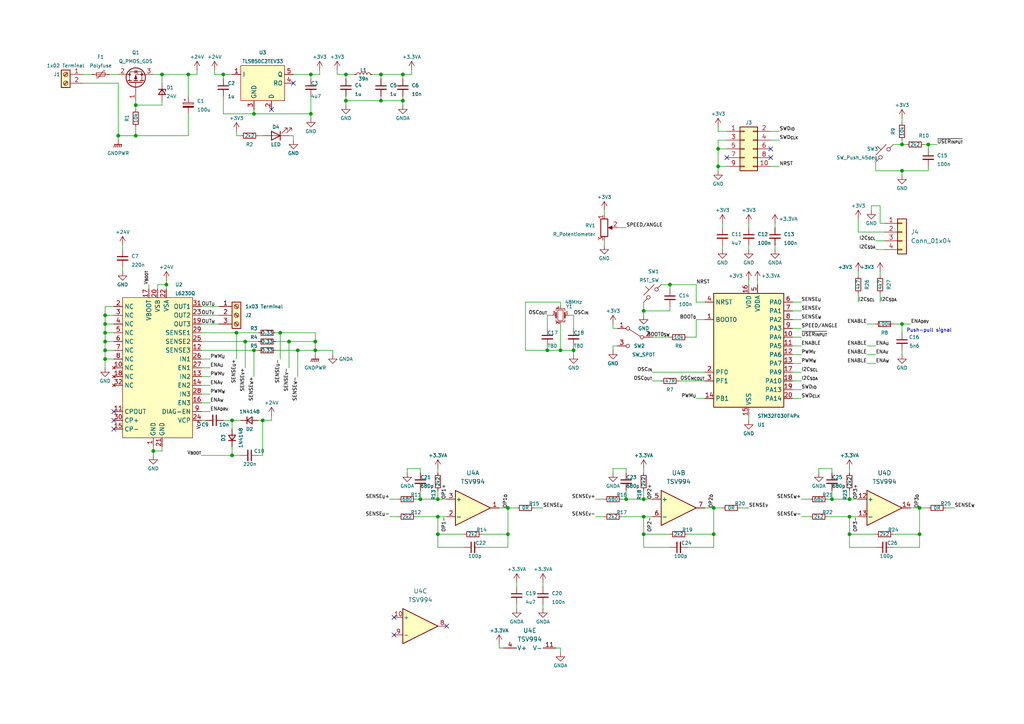
<source format=kicad_sch>
(kicad_sch (version 20211123) (generator eeschema)
  (paper "A4")
  (junction (at 246.38 154.94))
  (junction (at 208.28 48.26))
  (junction (at 207.01 154.94))
  (junction (at 241.3 144.78))
  (junction (at 67.31 132.08))
  (junction (at 261.62 93.98))
  (junction (at 269.24 41.91))
  (junction (at 162.56 101.6))
  (junction (at 127 154.94))
  (junction (at 100.33 29.21))
  (junction (at 68.58 96.52))
  (junction (at 121.92 144.78))
  (junction (at 71.12 99.06))
  (junction (at 147.32 154.94))
  (junction (at 100.33 21.59))
  (junction (at 39.37 39.37))
  (junction (at 30.48 96.52))
  (junction (at 30.48 91.44))
  (junction (at 246.38 149.86))
  (junction (at 67.31 121.92))
  (junction (at 158.75 101.6))
  (junction (at 181.61 144.78))
  (junction (at 186.69 90.17))
  (junction (at 91.44 101.6))
  (junction (at 127 144.78))
  (junction (at 30.48 93.98))
  (junction (at 91.44 99.06))
  (junction (at 44.45 130.81))
  (junction (at 261.62 49.53))
  (junction (at 54.61 21.59))
  (junction (at 266.7 147.32))
  (junction (at 266.7 154.94))
  (junction (at 208.28 43.18))
  (junction (at 90.17 21.59))
  (junction (at 116.84 29.21))
  (junction (at 86.36 101.6))
  (junction (at 186.69 154.94))
  (junction (at 90.17 33.02))
  (junction (at 110.49 29.21))
  (junction (at 246.38 144.78))
  (junction (at 30.48 101.6))
  (junction (at 116.84 21.59))
  (junction (at 194.31 82.55))
  (junction (at 261.62 41.91))
  (junction (at 186.69 144.78))
  (junction (at 48.26 82.55))
  (junction (at 39.37 30.48))
  (junction (at 186.69 149.86))
  (junction (at 166.37 101.6))
  (junction (at 73.66 101.6))
  (junction (at 64.77 21.59))
  (junction (at 127 149.86))
  (junction (at 81.28 96.52))
  (junction (at 30.48 104.14))
  (junction (at 34.29 39.37))
  (junction (at 147.32 147.32))
  (junction (at 110.49 21.59))
  (junction (at 73.66 33.02))
  (junction (at 76.2 121.92))
  (junction (at 46.99 21.59))
  (junction (at 83.82 99.06))
  (junction (at 207.01 147.32))
  (junction (at 30.48 99.06))
  (no_connect (at 85.09 24.13))
  (no_connect (at 78.74 31.75))
  (no_connect (at 33.02 124.46))
  (no_connect (at 223.52 45.72))
  (no_connect (at 223.52 43.18))
  (no_connect (at 114.3 184.15))
  (no_connect (at 114.3 179.07))
  (no_connect (at 129.54 181.61))
  (no_connect (at 33.02 121.92))
  (no_connect (at 210.82 45.72))
  (no_connect (at 33.02 119.38))
  (wire (pts (xy 73.66 101.6) (xy 74.93 101.6)))
  (wire (pts (xy 30.48 99.06) (xy 30.48 96.52)))
  (wire (pts (xy 229.87 102.87) (xy 232.41 102.87)))
  (wire (pts (xy 229.87 97.79) (xy 232.41 97.79)))
  (wire (pts (xy 81.28 96.52) (xy 91.44 96.52)))
  (wire (pts (xy 186.69 135.89) (xy 186.69 137.16)))
  (wire (pts (xy 269.24 48.26) (xy 269.24 49.53)))
  (wire (pts (xy 181.61 144.78) (xy 186.69 144.78)))
  (wire (pts (xy 266.7 147.32) (xy 264.16 147.32)))
  (wire (pts (xy 127 149.86) (xy 129.54 149.86)))
  (wire (pts (xy 67.31 132.08) (xy 58.42 132.08)))
  (wire (pts (xy 96.52 102.87) (xy 96.52 101.6)))
  (wire (pts (xy 54.61 33.02) (xy 54.61 39.37)))
  (wire (pts (xy 147.32 158.75) (xy 147.32 154.94)))
  (wire (pts (xy 186.69 142.24) (xy 186.69 144.78)))
  (wire (pts (xy 39.37 39.37) (xy 54.61 39.37)))
  (wire (pts (xy 92.71 20.32) (xy 92.71 21.59)))
  (wire (pts (xy 85.09 39.37) (xy 83.82 39.37)))
  (wire (pts (xy 31.75 21.59) (xy 34.29 21.59)))
  (wire (pts (xy 199.39 154.94) (xy 207.01 154.94)))
  (wire (pts (xy 217.17 71.12) (xy 217.17 72.39)))
  (wire (pts (xy 58.42 104.14) (xy 60.96 104.14)))
  (wire (pts (xy 229.87 100.33) (xy 232.41 100.33)))
  (wire (pts (xy 241.3 142.24) (xy 241.3 144.78)))
  (wire (pts (xy 252.73 59.69) (xy 252.73 60.96)))
  (wire (pts (xy 73.66 101.6) (xy 73.66 109.22)))
  (wire (pts (xy 24.13 24.13) (xy 34.29 24.13)))
  (wire (pts (xy 248.92 67.31) (xy 248.92 63.5)))
  (wire (pts (xy 261.62 101.6) (xy 261.62 102.87)))
  (wire (pts (xy 162.56 101.6) (xy 158.75 101.6)))
  (wire (pts (xy 201.93 97.79) (xy 201.93 92.71)))
  (wire (pts (xy 232.41 107.95) (xy 229.87 107.95)))
  (wire (pts (xy 175.26 69.85) (xy 175.26 71.12)))
  (wire (pts (xy 149.86 168.91) (xy 149.86 170.18)))
  (wire (pts (xy 69.85 132.08) (xy 67.31 132.08)))
  (wire (pts (xy 116.84 29.21) (xy 116.84 30.48)))
  (wire (pts (xy 246.38 158.75) (xy 246.38 154.94)))
  (wire (pts (xy 58.42 109.22) (xy 60.96 109.22)))
  (wire (pts (xy 83.82 99.06) (xy 83.82 106.68)))
  (wire (pts (xy 44.45 130.81) (xy 44.45 132.08)))
  (wire (pts (xy 30.48 91.44) (xy 33.02 91.44)))
  (wire (pts (xy 229.87 115.57) (xy 232.41 115.57)))
  (wire (pts (xy 232.41 110.49) (xy 229.87 110.49)))
  (wire (pts (xy 96.52 101.6) (xy 91.44 101.6)))
  (wire (pts (xy 229.87 87.63) (xy 232.41 87.63)))
  (wire (pts (xy 261.62 49.53) (xy 261.62 50.8)))
  (wire (pts (xy 85.09 40.64) (xy 85.09 39.37)))
  (wire (pts (xy 80.01 99.06) (xy 83.82 99.06)))
  (wire (pts (xy 71.12 99.06) (xy 74.93 99.06)))
  (wire (pts (xy 86.36 101.6) (xy 91.44 101.6)))
  (wire (pts (xy 90.17 33.02) (xy 90.17 34.29)))
  (wire (pts (xy 147.32 147.32) (xy 149.86 147.32)))
  (wire (pts (xy 157.48 175.26) (xy 157.48 176.53)))
  (wire (pts (xy 264.16 93.98) (xy 261.62 93.98)))
  (wire (pts (xy 194.31 154.94) (xy 186.69 154.94)))
  (wire (pts (xy 113.03 149.86) (xy 115.57 149.86)))
  (wire (pts (xy 68.58 96.52) (xy 68.58 104.14)))
  (wire (pts (xy 229.87 113.03) (xy 232.41 113.03)))
  (wire (pts (xy 120.65 149.86) (xy 127 149.86)))
  (wire (pts (xy 256.54 67.31) (xy 248.92 67.31)))
  (wire (pts (xy 267.97 41.91) (xy 269.24 41.91)))
  (wire (pts (xy 64.77 22.86) (xy 64.77 21.59)))
  (wire (pts (xy 59.69 121.92) (xy 58.42 121.92)))
  (wire (pts (xy 186.69 87.63) (xy 186.69 90.17)))
  (wire (pts (xy 58.42 111.76) (xy 60.96 111.76)))
  (wire (pts (xy 58.42 114.3) (xy 60.96 114.3)))
  (wire (pts (xy 255.27 78.74) (xy 255.27 80.01)))
  (wire (pts (xy 127 158.75) (xy 127 154.94)))
  (wire (pts (xy 73.66 33.02) (xy 90.17 33.02)))
  (wire (pts (xy 217.17 81.28) (xy 217.17 82.55)))
  (wire (pts (xy 241.3 144.78) (xy 246.38 144.78)))
  (wire (pts (xy 46.99 21.59) (xy 54.61 21.59)))
  (wire (pts (xy 166.37 101.6) (xy 162.56 101.6)))
  (wire (pts (xy 73.66 31.75) (xy 73.66 33.02)))
  (wire (pts (xy 181.61 135.89) (xy 181.61 137.16)))
  (wire (pts (xy 186.69 144.78) (xy 189.23 144.78)))
  (wire (pts (xy 39.37 36.83) (xy 39.37 39.37)))
  (wire (pts (xy 80.01 96.52) (xy 81.28 96.52)))
  (wire (pts (xy 186.69 90.17) (xy 186.69 91.44)))
  (wire (pts (xy 121.92 144.78) (xy 127 144.78)))
  (wire (pts (xy 30.48 93.98) (xy 33.02 93.98)))
  (wire (pts (xy 81.28 96.52) (xy 81.28 104.14)))
  (wire (pts (xy 259.08 41.91) (xy 261.62 41.91)))
  (wire (pts (xy 110.49 21.59) (xy 116.84 21.59)))
  (wire (pts (xy 64.77 21.59) (xy 62.23 21.59)))
  (wire (pts (xy 269.24 41.91) (xy 271.78 41.91)))
  (wire (pts (xy 261.62 93.98) (xy 259.08 93.98)))
  (wire (pts (xy 251.46 100.33) (xy 254 100.33)))
  (wire (pts (xy 116.84 21.59) (xy 116.84 22.86)))
  (wire (pts (xy 201.93 87.63) (xy 204.47 87.63)))
  (wire (pts (xy 121.92 135.89) (xy 121.92 137.16)))
  (wire (pts (xy 223.52 48.26) (xy 226.06 48.26)))
  (wire (pts (xy 208.28 43.18) (xy 208.28 40.64)))
  (wire (pts (xy 91.44 96.52) (xy 91.44 99.06)))
  (wire (pts (xy 67.31 121.92) (xy 64.77 121.92)))
  (wire (pts (xy 34.29 39.37) (xy 39.37 39.37)))
  (wire (pts (xy 254 72.39) (xy 256.54 72.39)))
  (wire (pts (xy 58.42 116.84) (xy 60.96 116.84)))
  (wire (pts (xy 269.24 41.91) (xy 269.24 43.18)))
  (wire (pts (xy 207.01 154.94) (xy 207.01 147.32)))
  (wire (pts (xy 194.31 82.55) (xy 194.31 83.82)))
  (wire (pts (xy 223.52 40.64) (xy 226.06 40.64)))
  (wire (pts (xy 146.05 187.96) (xy 144.78 187.96)))
  (wire (pts (xy 209.55 64.77) (xy 209.55 66.04)))
  (wire (pts (xy 139.7 158.75) (xy 147.32 158.75)))
  (wire (pts (xy 147.32 147.32) (xy 144.78 147.32)))
  (wire (pts (xy 54.61 21.59) (xy 57.15 21.59)))
  (wire (pts (xy 175.26 60.96) (xy 175.26 62.23)))
  (wire (pts (xy 67.31 132.08) (xy 67.31 129.54)))
  (wire (pts (xy 80.01 101.6) (xy 86.36 101.6)))
  (wire (pts (xy 194.31 158.75) (xy 186.69 158.75)))
  (wire (pts (xy 76.2 132.08) (xy 74.93 132.08)))
  (wire (pts (xy 102.87 21.59) (xy 100.33 21.59)))
  (wire (pts (xy 39.37 30.48) (xy 39.37 31.75)))
  (wire (pts (xy 180.34 144.78) (xy 181.61 144.78)))
  (wire (pts (xy 186.69 90.17) (xy 194.31 90.17)))
  (wire (pts (xy 232.41 149.86) (xy 234.95 149.86)))
  (wire (pts (xy 189.23 110.49) (xy 191.77 110.49)))
  (wire (pts (xy 259.08 154.94) (xy 266.7 154.94)))
  (wire (pts (xy 217.17 120.65) (xy 217.17 121.92)))
  (wire (pts (xy 91.44 101.6) (xy 91.44 102.87)))
  (wire (pts (xy 58.42 106.68) (xy 60.96 106.68)))
  (wire (pts (xy 71.12 99.06) (xy 71.12 106.68)))
  (wire (pts (xy 223.52 38.1) (xy 226.06 38.1)))
  (wire (pts (xy 35.56 77.47) (xy 35.56 78.74)))
  (wire (pts (xy 214.63 147.32) (xy 217.17 147.32)))
  (wire (pts (xy 158.75 101.6) (xy 158.75 100.33)))
  (wire (pts (xy 127 144.78) (xy 129.54 144.78)))
  (wire (pts (xy 154.94 147.32) (xy 157.48 147.32)))
  (wire (pts (xy 58.42 96.52) (xy 68.58 96.52)))
  (wire (pts (xy 63.5 88.9) (xy 58.42 88.9)))
  (wire (pts (xy 266.7 147.32) (xy 269.24 147.32)))
  (wire (pts (xy 186.69 154.94) (xy 186.69 149.86)))
  (wire (pts (xy 191.77 82.55) (xy 194.31 82.55)))
  (wire (pts (xy 274.32 147.32) (xy 276.86 147.32)))
  (wire (pts (xy 39.37 30.48) (xy 46.99 30.48)))
  (wire (pts (xy 166.37 100.33) (xy 166.37 101.6)))
  (wire (pts (xy 68.58 96.52) (xy 74.93 96.52)))
  (wire (pts (xy 90.17 33.02) (xy 90.17 27.94)))
  (wire (pts (xy 46.99 21.59) (xy 44.45 21.59)))
  (wire (pts (xy 189.23 97.79) (xy 194.31 97.79)))
  (wire (pts (xy 127 135.89) (xy 127 137.16)))
  (wire (pts (xy 45.72 82.55) (xy 45.72 83.82)))
  (wire (pts (xy 254 69.85) (xy 256.54 69.85)))
  (wire (pts (xy 127 142.24) (xy 127 144.78)))
  (wire (pts (xy 208.28 40.64) (xy 210.82 40.64)))
  (wire (pts (xy 246.38 135.89) (xy 246.38 137.16)))
  (wire (pts (xy 166.37 91.44) (xy 165.1 91.44)))
  (wire (pts (xy 224.79 64.77) (xy 224.79 66.04)))
  (wire (pts (xy 177.8 101.6) (xy 177.8 100.33)))
  (wire (pts (xy 199.39 158.75) (xy 207.01 158.75)))
  (wire (pts (xy 229.87 95.25) (xy 232.41 95.25)))
  (wire (pts (xy 127 154.94) (xy 127 149.86)))
  (wire (pts (xy 76.2 121.92) (xy 78.74 121.92)))
  (wire (pts (xy 248.92 85.09) (xy 248.92 87.63)))
  (wire (pts (xy 91.44 99.06) (xy 91.44 101.6)))
  (wire (pts (xy 134.62 158.75) (xy 127 158.75)))
  (wire (pts (xy 35.56 71.12) (xy 35.56 72.39)))
  (wire (pts (xy 166.37 95.25) (xy 166.37 91.44)))
  (wire (pts (xy 100.33 29.21) (xy 110.49 29.21)))
  (wire (pts (xy 177.8 100.33) (xy 179.07 100.33)))
  (wire (pts (xy 201.93 115.57) (xy 204.47 115.57)))
  (wire (pts (xy 229.87 92.71) (xy 232.41 92.71)))
  (wire (pts (xy 139.7 154.94) (xy 147.32 154.94)))
  (wire (pts (xy 208.28 49.53) (xy 208.28 48.26)))
  (wire (pts (xy 186.69 158.75) (xy 186.69 154.94)))
  (wire (pts (xy 208.28 43.18) (xy 210.82 43.18)))
  (wire (pts (xy 237.49 135.89) (xy 241.3 135.89)))
  (wire (pts (xy 194.31 82.55) (xy 201.93 82.55)))
  (wire (pts (xy 30.48 96.52) (xy 30.48 93.98)))
  (wire (pts (xy 76.2 121.92) (xy 76.2 132.08)))
  (wire (pts (xy 207.01 158.75) (xy 207.01 154.94)))
  (wire (pts (xy 30.48 99.06) (xy 33.02 99.06)))
  (wire (pts (xy 251.46 102.87) (xy 254 102.87)))
  (wire (pts (xy 46.99 24.13) (xy 46.99 21.59)))
  (wire (pts (xy 78.74 121.92) (xy 78.74 120.65)))
  (wire (pts (xy 229.87 90.17) (xy 232.41 90.17)))
  (wire (pts (xy 248.92 78.74) (xy 248.92 80.01)))
  (wire (pts (xy 69.85 39.37) (xy 68.58 39.37)))
  (wire (pts (xy 107.95 21.59) (xy 110.49 21.59)))
  (wire (pts (xy 232.41 144.78) (xy 234.95 144.78)))
  (wire (pts (xy 64.77 27.94) (xy 64.77 33.02)))
  (wire (pts (xy 207.01 147.32) (xy 209.55 147.32)))
  (wire (pts (xy 30.48 93.98) (xy 30.48 91.44)))
  (wire (pts (xy 121.92 142.24) (xy 121.92 144.78)))
  (wire (pts (xy 162.56 187.96) (xy 162.56 189.23)))
  (wire (pts (xy 116.84 21.59) (xy 119.38 21.59)))
  (wire (pts (xy 208.28 38.1) (xy 210.82 38.1)))
  (wire (pts (xy 30.48 91.44) (xy 30.48 88.9)))
  (wire (pts (xy 208.28 48.26) (xy 208.28 43.18)))
  (wire (pts (xy 39.37 29.21) (xy 39.37 30.48)))
  (wire (pts (xy 179.07 66.04) (xy 181.61 66.04)))
  (wire (pts (xy 100.33 29.21) (xy 100.33 30.48)))
  (wire (pts (xy 58.42 119.38) (xy 60.96 119.38)))
  (wire (pts (xy 30.48 96.52) (xy 33.02 96.52)))
  (wire (pts (xy 199.39 97.79) (xy 201.93 97.79)))
  (wire (pts (xy 256.54 64.77) (xy 255.27 64.77)))
  (wire (pts (xy 110.49 29.21) (xy 116.84 29.21)))
  (wire (pts (xy 46.99 129.54) (xy 46.99 130.81)))
  (wire (pts (xy 229.87 105.41) (xy 232.41 105.41)))
  (wire (pts (xy 134.62 154.94) (xy 127 154.94)))
  (wire (pts (xy 194.31 90.17) (xy 194.31 88.9)))
  (wire (pts (xy 30.48 101.6) (xy 30.48 99.06)))
  (wire (pts (xy 74.93 121.92) (xy 76.2 121.92)))
  (wire (pts (xy 162.56 87.63) (xy 152.4 87.63)))
  (wire (pts (xy 255.27 85.09) (xy 255.27 87.63)))
  (wire (pts (xy 254 49.53) (xy 261.62 49.53)))
  (wire (pts (xy 180.34 149.86) (xy 186.69 149.86)))
  (wire (pts (xy 196.85 110.49) (xy 204.47 110.49)))
  (wire (pts (xy 177.8 95.25) (xy 179.07 95.25)))
  (wire (pts (xy 189.23 107.95) (xy 204.47 107.95)))
  (wire (pts (xy 261.62 41.91) (xy 262.89 41.91)))
  (wire (pts (xy 44.45 130.81) (xy 46.99 130.81)))
  (wire (pts (xy 63.5 91.44) (xy 58.42 91.44)))
  (wire (pts (xy 69.85 121.92) (xy 67.31 121.92)))
  (wire (pts (xy 246.38 154.94) (xy 246.38 149.86)))
  (wire (pts (xy 58.42 99.06) (xy 71.12 99.06)))
  (wire (pts (xy 63.5 93.98) (xy 58.42 93.98)))
  (wire (pts (xy 240.03 149.86) (xy 246.38 149.86)))
  (wire (pts (xy 120.65 144.78) (xy 121.92 144.78)))
  (wire (pts (xy 24.13 21.59) (xy 26.67 21.59)))
  (wire (pts (xy 177.8 135.89) (xy 181.61 135.89)))
  (wire (pts (xy 119.38 21.59) (xy 119.38 20.32)))
  (wire (pts (xy 74.93 39.37) (xy 76.2 39.37)))
  (wire (pts (xy 58.42 101.6) (xy 73.66 101.6)))
  (wire (pts (xy 254 154.94) (xy 246.38 154.94)))
  (wire (pts (xy 30.48 88.9) (xy 33.02 88.9)))
  (wire (pts (xy 261.62 34.29) (xy 261.62 35.56)))
  (wire (pts (xy 158.75 95.25) (xy 158.75 91.44)))
  (wire (pts (xy 48.26 81.28) (xy 48.26 82.55)))
  (wire (pts (xy 30.48 104.14) (xy 33.02 104.14)))
  (wire (pts (xy 64.77 21.59) (xy 67.31 21.59)))
  (wire (pts (xy 97.79 21.59) (xy 97.79 20.32)))
  (wire (pts (xy 152.4 87.63) (xy 152.4 101.6)))
  (wire (pts (xy 177.8 137.16) (xy 177.8 135.89)))
  (wire (pts (xy 144.78 186.69) (xy 144.78 187.96)))
  (wire (pts (xy 246.38 142.24) (xy 246.38 144.78)))
  (wire (pts (xy 158.75 91.44) (xy 160.02 91.44)))
  (wire (pts (xy 181.61 142.24) (xy 181.61 144.78)))
  (wire (pts (xy 255.27 59.69) (xy 252.73 59.69)))
  (wire (pts (xy 172.72 149.86) (xy 175.26 149.86)))
  (wire (pts (xy 177.8 93.98) (xy 177.8 95.25)))
  (wire (pts (xy 90.17 22.86) (xy 90.17 21.59)))
  (wire (pts (xy 251.46 105.41) (xy 254 105.41)))
  (wire (pts (xy 208.28 48.26) (xy 210.82 48.26)))
  (wire (pts (xy 43.18 82.55) (xy 43.18 83.82)))
  (wire (pts (xy 251.46 93.98) (xy 254 93.98)))
  (wire (pts (xy 166.37 101.6) (xy 166.37 102.87)))
  (wire (pts (xy 201.93 82.55) (xy 201.93 87.63)))
  (wire (pts (xy 261.62 40.64) (xy 261.62 41.91)))
  (wire (pts (xy 100.33 21.59) (xy 97.79 21.59)))
  (wire (pts (xy 186.69 149.86) (xy 189.23 149.86)))
  (wire (pts (xy 254 46.99) (xy 254 49.53)))
  (wire (pts (xy 48.26 82.55) (xy 45.72 82.55)))
  (wire (pts (xy 57.15 21.59) (xy 57.15 20.32)))
  (wire (pts (xy 241.3 135.89) (xy 241.3 137.16)))
  (wire (pts (xy 100.33 21.59) (xy 100.33 22.86)))
  (wire (pts (xy 110.49 27.94) (xy 110.49 29.21)))
  (wire (pts (xy 64.77 33.02) (xy 73.66 33.02)))
  (wire (pts (xy 118.11 137.16) (xy 118.11 135.89)))
  (wire (pts (xy 261.62 96.52) (xy 261.62 93.98)))
  (wire (pts (xy 68.58 39.37) (xy 68.58 38.1)))
  (wire (pts (xy 209.55 71.12) (xy 209.55 72.39)))
  (wire (pts (xy 266.7 158.75) (xy 266.7 154.94)))
  (wire (pts (xy 44.45 129.54) (xy 44.45 130.81)))
  (wire (pts (xy 266.7 154.94) (xy 266.7 147.32)))
  (wire (pts (xy 118.11 135.89) (xy 121.92 135.89)))
  (wire (pts (xy 224.79 71.12) (xy 224.79 72.39)))
  (wire (pts (xy 162.56 88.9) (xy 162.56 87.63)))
  (wire (pts (xy 54.61 27.94) (xy 54.61 21.59)))
  (wire (pts (xy 162.56 93.98) (xy 162.56 101.6)))
  (wire (pts (xy 34.29 39.37) (xy 34.29 40.64)))
  (wire (pts (xy 48.26 82.55) (xy 48.26 83.82)))
  (wire (pts (xy 208.28 36.83) (xy 208.28 38.1)))
  (wire (pts (xy 90.17 21.59) (xy 85.09 21.59)))
  (wire (pts (xy 237.49 137.16) (xy 237.49 135.89)))
  (wire (pts (xy 67.31 121.92) (xy 67.31 124.46)))
  (wire (pts (xy 90.17 21.59) (xy 92.71 21.59)))
  (wire (pts (xy 240.03 144.78) (xy 241.3 144.78)))
  (wire (pts (xy 30.48 104.14) (xy 30.48 101.6)))
  (wire (pts (xy 201.93 92.71) (xy 204.47 92.71)))
  (wire (pts (xy 149.86 175.26) (xy 149.86 176.53)))
  (wire (pts (xy 34.29 24.13) (xy 34.29 39.37)))
  (wire (pts (xy 259.08 158.75) (xy 266.7 158.75)))
  (wire (pts (xy 83.82 99.06) (xy 91.44 99.06)))
  (wire (pts (xy 219.71 81.28) (xy 219.71 82.55)))
  (wire (pts (xy 113.03 144.78) (xy 115.57 144.78)))
  (wire (pts (xy 172.72 144.78) (xy 175.26 144.78)))
  (wire (pts (xy 269.24 49.53) (xy 261.62 49.53)))
  (wire (pts (xy 116.84 29.21) (xy 116.84 27.94)))
  (wire (pts (xy 246.38 149.86) (xy 248.92 149.86)))
  (wire (pts (xy 217.17 64.77) (xy 217.17 66.04)))
  (wire (pts (xy 246.38 144.78) (xy 248.92 144.78)))
  (wire (pts (xy 86.36 101.6) (xy 86.36 109.22)))
  (wire (pts (xy 152.4 101.6) (xy 158.75 101.6)))
  (wire (pts (xy 157.48 168.91) (xy 157.48 170.18)))
  (wire (pts (xy 30.48 101.6) (xy 33.02 101.6)))
  (wire (pts (xy 207.01 147.32) (xy 204.47 147.32)))
  (wire (pts (xy 46.99 29.21) (xy 46.99 30.48)))
  (wire (pts (xy 62.23 21.59) (xy 62.23 20.32)))
  (wire (pts (xy 30.48 106.68) (xy 30.48 104.14)))
  (wire (pts (xy 100.33 27.94) (xy 100.33 29.21)))
  (wire (pts (xy 254 158.75) (xy 246.38 158.75)))
  (wire (pts (xy 161.29 187.96) (xy 162.56 187.96)))
  (wire (pts (xy 110.49 22.86) (xy 110.49 21.59)))
  (wire (pts (xy 255.27 64.77) (xy 255.27 59.69)))
  (wire (pts (xy 147.32 154.94) (xy 147.32 147.32)))
  (text "Push-pull signal" (at 262.89 96.52 0) (effects (font (size 1 1)) (justify left bottom)))
  (label "SENSE_{W}+" (at 232.41 144.78 180) (effects (font (size 1 1))))
  (label "ENABLE" (at 251.46 93.98 180) (effects (font (size 1 1))))
  (label "OP1+" (at 129.54 144.78 90) (effects (font (size 1 1))))
  (label "OUT_{W}" (at 58.42 93.98 0) (effects (font (size 1 1))))
  (label "SWD_{IO}" (at 226.06 38.1 0) (effects (font (size 1 1))))
  (label "PWM_{V}" (at 232.41 102.87 0) (effects (font (size 1 1))))
  (label "ENABLE" (at 251.46 100.33 180) (effects (font (size 1 1))))
  (label "OP2_{O}" (at 207.01 147.32 90) (effects (font (size 1 1))))
  (label "I2C_{SCL}" (at 254 69.85 180) (effects (font (size 1 1))))
  (label "PWM_{U}" (at 201.93 115.57 180) (effects (font (size 1 1))))
  (label "BOOT0_{SW}" (at 194.31 97.79 180) (effects (font (size 1 1))))
  (label "I2C_{SDA}" (at 255.27 87.63 0) (effects (font (size 1 1))))
  (label "BOOT_{0}" (at 201.93 92.71 180) (effects (font (size 1 1))))
  (label "~{USER_{INPUT}}" (at 232.41 97.79 0) (effects (font (size 1 1))))
  (label "OP1_{O}" (at 147.32 147.32 90) (effects (font (size 1 1))))
  (label "PWM_{U}" (at 60.96 104.14 0) (effects (font (size 1 1))))
  (label "PWM_{V}" (at 60.96 109.22 0) (effects (font (size 1 1))))
  (label "ENABLE" (at 232.41 100.33 0) (effects (font (size 1 1))))
  (label "SENSE_{V}+" (at 172.72 144.78 180) (effects (font (size 1 1))))
  (label "OSC_{OUT}" (at 189.23 110.49 180) (effects (font (size 1 1))))
  (label "SENSE_{V}" (at 217.17 147.32 0) (effects (font (size 1 1))))
  (label "SENSE_{U}-" (at 81.28 104.14 270) (effects (font (size 1 1))))
  (label "SWD_{IO}" (at 232.41 113.03 0) (effects (font (size 1 1))))
  (label "SENSE_{U}" (at 157.48 147.32 0) (effects (font (size 1 1))))
  (label "OSC_{IN}" (at 189.23 107.95 180) (effects (font (size 1 1))))
  (label "ENA_{U}" (at 254 100.33 0) (effects (font (size 1 1))))
  (label "SPEED{slash}ANGLE" (at 181.61 66.04 0) (effects (font (size 1 1))))
  (label "I2C_{SDA}" (at 232.41 110.49 0) (effects (font (size 1 1))))
  (label "SENSE_{U}+" (at 68.58 104.14 270) (effects (font (size 1 1))))
  (label "OP3-" (at 248.92 149.86 270) (effects (font (size 1 1))))
  (label "SENSE_{V}-" (at 172.72 149.86 180) (effects (font (size 1 1))))
  (label "SENSE_{U}+" (at 113.03 144.78 180) (effects (font (size 1 1))))
  (label "SENSE_{W}+" (at 73.66 109.22 270) (effects (font (size 1 1))))
  (label "OP2+" (at 189.23 144.78 90) (effects (font (size 1 1))))
  (label "SENSE_{W}-" (at 232.41 149.86 180) (effects (font (size 1 1))))
  (label "NRST" (at 226.06 48.26 0) (effects (font (size 1 1))))
  (label "ENA_{V}" (at 254 102.87 0) (effects (font (size 1 1))))
  (label "ENA_{U}" (at 60.96 106.68 0) (effects (font (size 1 1))))
  (label "ENA_{DRV}" (at 60.96 119.38 0) (effects (font (size 1 1))))
  (label "ENA_{DRV}" (at 264.16 93.98 0) (effects (font (size 1 1))))
  (label "OSC_{IN}" (at 166.37 91.44 0) (effects (font (size 1 1))))
  (label "PWM_{W}" (at 232.41 105.41 0) (effects (font (size 1 1))))
  (label "V_{BOOT}" (at 43.18 82.55 90) (effects (font (size 1 1))))
  (label "OP2-" (at 189.23 149.86 270) (effects (font (size 1 1))))
  (label "OP3_{O}" (at 266.7 147.32 90) (effects (font (size 1 1))))
  (label "I2C_{SDA}" (at 254 72.39 180) (effects (font (size 1 1))))
  (label "SENSE_{U}" (at 232.41 87.63 0) (effects (font (size 1 1))))
  (label "SWD_{CLK}" (at 232.41 115.57 0) (effects (font (size 1 1))))
  (label "SENSE_{W}" (at 232.41 92.71 0) (effects (font (size 1 1))))
  (label "OSC_{OUT}" (at 158.75 91.44 180) (effects (font (size 1 1))))
  (label "ENABLE" (at 251.46 105.41 180) (effects (font (size 1 1))))
  (label "SPEED{slash}ANGLE" (at 232.41 95.25 0) (effects (font (size 1 1))))
  (label "OSC_{MCOUT}" (at 204.47 110.49 180) (effects (font (size 1 1))))
  (label "V_{CP}" (at 58.42 121.92 270) (effects (font (size 1 1))))
  (label "PWM_{W}" (at 60.96 114.3 0) (effects (font (size 1 1))))
  (label "SENSE_{U}-" (at 113.03 149.86 180) (effects (font (size 1 1))))
  (label "OP1-" (at 129.54 149.86 270) (effects (font (size 1 1))))
  (label "SWD_{CLK}" (at 226.06 40.64 0) (effects (font (size 1 1))))
  (label "ENA_{W}" (at 254 105.41 0) (effects (font (size 1 1))))
  (label "ENA_{W}" (at 60.96 116.84 0) (effects (font (size 1 1))))
  (label "OUT_{V}" (at 58.42 91.44 0) (effects (font (size 1 1))))
  (label "OUT_{U}" (at 58.42 88.9 0) (effects (font (size 1 1))))
  (label "ENA_{V}" (at 60.96 111.76 0) (effects (font (size 1 1))))
  (label "I2C_{SCL}" (at 248.92 87.63 0) (effects (font (size 1 1))))
  (label "SENSE_{V}-" (at 83.82 106.68 270) (effects (font (size 1 1))))
  (label "V_{BOOT}" (at 58.42 132.08 180) (effects (font (size 1 1))))
  (label "SENSE_{W}" (at 276.86 147.32 0) (effects (font (size 1 1))))
  (label "SENSE_{W}-" (at 86.36 109.22 270) (effects (font (size 1 1))))
  (label "~{USER_{INPUT}}" (at 271.78 41.91 0) (effects (font (size 1 1))))
  (label "OP3+" (at 248.92 144.78 90) (effects (font (size 1 1))))
  (label "I2C_{SCL}" (at 232.41 107.95 0) (effects (font (size 1 1))))
  (label "ENABLE" (at 251.46 102.87 180) (effects (font (size 1 1))))
  (label "NRST" (at 201.93 82.55 0) (effects (font (size 1 1))))
  (label "SENSE_{V}+" (at 71.12 106.68 270) (effects (font (size 1 1))))
  (label "SENSE_{V}" (at 232.41 90.17 0) (effects (font (size 1 1))))
  (symbol (lib_id "power:+3V3") (at 248.92 78.74 0) (unit 1)
    (property "Reference" "#PWR014" (effects hide))
    (property "Value" "+3V3" (at 245.11 77.47 0) (effects (font (size 1 1))))
  )
  (symbol (lib_id "power:+3.3VA") (at 219.71 81.28 0) (unit 1)
    (property "Reference" "#PWR032" (effects hide))
    (property "Value" "+3.3VA" (at 223.52 80.01 0) (effects (font (size 1 1))))
  )
  (symbol (lib_id "power:+3.3VA") (at 119.38 20.32 0) (unit 1)
    (property "Reference" "#PWR04" (effects hide))
    (property "Value" "+3.3VA" (at 119.38 16.51 0) (effects (font (size 1 1))))
  )
  (symbol (lib_id "power:GND") (at 177.8 101.6 0) (unit 1)
    (property "Reference" "#PWR038" (effects hide))
    (property "Value" "GND" (at 177.8 105.41 0) (effects (font (size 1 1))))
  )
  (symbol (lib_id "power:+24V") (at 62.23 20.32 0) (unit 1)
    (property "Reference" "#PWR02" (effects hide))
    (property "Value" "+24V" (at 62.23 16.51 0) (effects (font (size 1 1))))
  )
  (symbol (lib_id "power:GNDPWR") (at 34.29 40.64 0) (unit 1)
    (property "Reference" "#PWR07" (effects hide))
    (property "Value" "GNDPWR" (at 34.29 44.45 0) (effects (font (size 1 1))))
  )
  (symbol (lib_id "Device:R_Small") (at 196.85 154.94 270) (unit 1)
    (property "Reference" "R19" (at 199.39 153.67 90) (effects (font (size 1 1))))
    (property "Value" "2k2" (at 196.85 154.94 90) (effects (font (size 1 1))))
    (property "Footprint" "Resistor_SMD:R_0402_1005Metric" (effects hide))
  )
  (symbol (lib_id "Device:R_Small") (at 118.11 144.78 270) (unit 1)
    (property "Reference" "R11" (at 120.65 143.51 90) (effects (font (size 1 1))))
    (property "Value" "680" (at 118.11 144.78 90) (effects (font (size 1 1))))
    (property "Footprint" "Resistor_SMD:R_0402_1005Metric" (effects hide))
  )
  (symbol (lib_id "power:+3V3") (at 217.17 64.77 0) (unit 1)
    (property "Reference" "#PWR025" (effects hide))
    (property "Value" "+3V3" (at 217.17 60.96 0) (effects (font (size 1 1))))
  )
  (symbol (lib_id "Device:D_Small") (at 67.31 127 90) (unit 1)
    (property "Reference" "D3" (at 64.77 127 0) (effects (font (size 1 1))))
    (property "Value" "1N4148" (at 69.85 127 0) (effects (font (size 1 1))))
    (property "Footprint" "Diode_SMD:D_SOD-523" (effects hide))
  )
  (symbol (lib_id "Device:R_Small") (at 255.27 82.55 0) (unit 1)
    (property "Reference" "R27" (at 257.81 82.55 90) (effects (font (size 1 1))))
    (property "Value" "4k7" (at 255.27 82.55 90) (effects (font (size 1 1))))
    (property "Footprint" "Resistor_SMD:R_0402_1005Metric" (effects hide))
  )
  (symbol (lib_id "fraciscoestar:TLS850C2TEV33") (at 76.2 24.13 0) (unit 1)
    (property "Reference" "U3" (at 76.2 15.24 0) (effects (font (size 1 1))))
    (property "Value" "TLS850C2TEV33" (at 76.2 17.78 0) (effects (font (size 1 1))))
    (property "Footprint" "fraciscoestar:PG-TO252-5" (effects hide))
  )
  (symbol (lib_id "Amplifier_Operational:TSV994") (at 137.16 147.32 0) (unit 1)
    (property "Reference" "U4" (at 137.16 137.16 0))
    (property "Value" "TSV994" (at 137.16 139.7 0))
    (property "Footprint" "Package_SO:TSSOP-14_4.4x5mm_P0.65mm" (effects hide))
    (property "Datasheet" "https://www.st.com/resource/en/datasheet/tsv994.pdf" (effects hide))
  )
  (symbol (lib_id "Device:R_Small") (at 248.92 82.55 0) (unit 1)
    (property "Reference" "R26" (at 251.46 82.55 90) (effects (font (size 1 1))))
    (property "Value" "4k7" (at 248.92 82.55 90) (effects (font (size 1 1))))
    (property "Footprint" "Resistor_SMD:R_0402_1005Metric" (effects hide))
  )
  (symbol (lib_id "Device:Crystal_GND24_Small") (at 162.56 91.44 0) (mirror y) (unit 1)
    (property "Reference" "Y1" (at 165.1 88.9 0) (effects (font (size 1 1))))
    (property "Value" "48MHz" (at 166.37 87.63 0) (effects (font (size 1 1))))
    (property "Footprint" "Crystal:Crystal_SMD_3225-4Pin_3.2x2.5mm" (effects hide))
  )
  (symbol (lib_id "Device:R_Small") (at 196.85 97.79 90) (unit 1)
    (property "Reference" "R6" (at 196.85 100.33 90) (effects (font (size 1 1))))
    (property "Value" "10k" (at 196.85 97.79 90) (effects (font (size 1 1))))
    (property "Footprint" "Resistor_SMD:R_0402_1005Metric" (effects hide))
  )
  (symbol (lib_id "fraciscoestar:L6230Q") (at 45.72 106.68 0) (unit 1)
    (property "Reference" "U2" (at 50.8 82.55 0) (effects (font (size 1 1)) (justify left)))
    (property "Value" "L6230Q" (at 50.8 85.09 0) (effects (font (size 1 1)) (justify left)))
    (property "Footprint" "fraciscoestar:VFQFPN32" (effects hide))
  )
  (symbol (lib_id "Amplifier_Operational:TSV994") (at 196.85 147.32 0) (unit 2)
    (property "Reference" "U4" (at 196.85 137.16 0))
    (property "Value" "TSV994" (at 196.85 139.7 0))
    (property "Footprint" "Package_SO:TSSOP-14_4.4x5mm_P0.65mm" (effects hide))
    (property "Datasheet" "https://www.st.com/resource/en/datasheet/tsv994.pdf" (effects hide))
  )
  (symbol (lib_id "Device:L_Small") (at 105.41 21.59 90) (unit 1)
    (property "Reference" "L1" (at 105.41 20.32 90) (effects (font (size 1 1))))
    (property "Value" "39n" (at 105.41 22.86 90) (effects (font (size 1 1))))
    (property "Footprint" "Inductor_SMD:L_0603_1608Metric" (effects hide))
  )
  (symbol (lib_id "power:GNDA") (at 162.56 189.23 0) (unit 1)
    (property "Reference" "#PWR055" (effects hide))
    (property "Value" "GNDA" (at 162.56 193.04 0) (effects (font (size 1 1))))
  )
  (symbol (lib_id "power:+3.3VA") (at 144.78 186.69 0) (unit 1)
    (property "Reference" "#PWR054" (effects hide))
    (property "Value" "+3.3VA" (at 144.78 182.88 0) (effects (font (size 1 1))))
  )
  (symbol (lib_id "Device:R_Small") (at 118.11 149.86 270) (unit 1)
    (property "Reference" "R12" (at 120.65 148.59 90) (effects (font (size 1 1))))
    (property "Value" "2k2" (at 118.11 149.86 90) (effects (font (size 1 1))))
    (property "Footprint" "Resistor_SMD:R_0402_1005Metric" (effects hide))
  )
  (symbol (lib_id "Device:R_Small") (at 177.8 149.86 270) (unit 1)
    (property "Reference" "R17" (at 180.34 148.59 90) (effects (font (size 1 1))))
    (property "Value" "2k2" (at 177.8 149.86 90) (effects (font (size 1 1))))
    (property "Footprint" "Resistor_SMD:R_0402_1005Metric" (effects hide))
  )
  (symbol (lib_id "power:GND") (at 252.73 60.96 0) (unit 1)
    (property "Reference" "#PWR019" (effects hide))
    (property "Value" "GND" (at 252.73 64.77 0) (effects (font (size 1 1))))
  )
  (symbol (lib_id "power:+24V") (at 48.26 81.28 0) (unit 1)
    (property "Reference" "#PWR023" (effects hide))
    (property "Value" "+24V" (at 48.26 77.47 0) (effects (font (size 1 1))))
  )
  (symbol (lib_id "power:GNDA") (at 116.84 30.48 0) (unit 1)
    (property "Reference" "#PWR06" (effects hide))
    (property "Value" "GNDA" (at 116.84 34.29 0) (effects (font (size 1 1))))
  )
  (symbol (lib_id "Device:C_Small") (at 224.79 68.58 0) (unit 1)
    (property "Reference" "C13" (at 227.33 67.9513 0) (effects (font (size 1 1)) (justify left)))
    (property "Value" "100n" (at 227.33 70.4913 0) (effects (font (size 1 1)) (justify left)))
    (property "Footprint" "Capacitor_SMD:C_0402_1005Metric" (effects hide))
  )
  (symbol (lib_id "Device:D_Small") (at 72.39 121.92 0) (unit 1)
    (property "Reference" "D2" (at 72.39 124.46 0) (effects (font (size 1 1))))
    (property "Value" "1N4148" (at 72.39 119.38 0) (effects (font (size 1 1))))
    (property "Footprint" "Diode_SMD:D_SOD-523" (effects hide))
  )
  (symbol (lib_id "Connector_Generic:Conn_01x04") (at 261.62 67.31 0) (unit 1)
    (property "Reference" "J4" (at 264.16 67.3099 0) (effects (justify left)))
    (property "Value" "Conn_01x04" (at 264.16 69.8499 0) (effects (justify left)))
    (property "Footprint" "Connector_PinHeader_2.54mm:PinHeader_1x04_P2.54mm_Vertical" (effects hide))
  )
  (symbol (lib_id "power:GNDA") (at 149.86 176.53 0) (unit 1)
    (property "Reference" "#PWR052" (effects hide))
    (property "Value" "GNDA" (at 149.86 180.34 0) (effects (font (size 1 1))))
  )
  (symbol (lib_id "Device:R_Small") (at 237.49 144.78 270) (unit 1)
    (property "Reference" "R21" (at 240.03 143.51 90) (effects (font (size 1 1))))
    (property "Value" "680" (at 237.49 144.78 90) (effects (font (size 1 1))))
    (property "Footprint" "Resistor_SMD:R_0402_1005Metric" (effects hide))
  )
  (symbol (lib_id "Device:R_Small") (at 186.69 139.7 180) (unit 1)
    (property "Reference" "R18" (at 185.42 143.51 90) (effects (font (size 1 1))))
    (property "Value" "2k2" (at 186.69 139.7 90) (effects (font (size 1 1))))
    (property "Footprint" "Resistor_SMD:R_0402_1005Metric" (effects hide))
  )
  (symbol (lib_id "Connector:Screw_Terminal_01x02") (at 19.05 21.59 0) (mirror y) (unit 1)
    (property "Reference" "J1" (at 16.51 21.59 0) (effects (font (size 1 1))))
    (property "Value" "1x02 Terminal" (at 19.05 19.05 0) (effects (font (size 1 1))))
    (property "Footprint" "TerminalBlock:TerminalBlock_Altech_AK300-2_P5.00mm" (effects hide))
  )
  (symbol (lib_id "Device:R_Small") (at 177.8 144.78 270) (unit 1)
    (property "Reference" "R16" (at 180.34 143.51 90) (effects (font (size 1 1))))
    (property "Value" "680" (at 177.8 144.78 90) (effects (font (size 1 1))))
    (property "Footprint" "Resistor_SMD:R_0402_1005Metric" (effects hide))
  )
  (symbol (lib_id "power:GNDA") (at 177.8 137.16 0) (unit 1)
    (property "Reference" "#PWR048" (effects hide))
    (property "Value" "GNDA" (at 177.8 140.97 0) (effects (font (size 1 1))))
  )
  (symbol (lib_id "power:+3V3") (at 208.28 36.83 0) (unit 1)
    (property "Reference" "#PWR011" (effects hide))
    (property "Value" "+3V3" (at 208.28 33.02 0) (effects (font (size 1 1))))
  )
  (symbol (lib_id "Device:C_Small") (at 181.61 139.7 0) (unit 1)
    (property "Reference" "C23" (at 181.61 138.43 0) (effects (font (size 1 1)) (justify left)))
    (property "Value" "680p" (at 181.61 140.97 0) (effects (font (size 1 1)) (justify left)))
    (property "Footprint" "Capacitor_SMD:C_0402_1005Metric" (effects hide))
  )
  (symbol (lib_id "power:+24V") (at 35.56 71.12 0) (unit 1)
    (property "Reference" "#PWR013" (effects hide))
    (property "Value" "+24V" (at 35.56 67.31 0) (effects (font (size 1 1))))
  )
  (symbol (lib_id "Device:C_Small") (at 137.16 158.75 90) (unit 1)
    (property "Reference" "C22" (at 140.97 157.48 90) (effects (font (size 1 1)) (justify left)))
    (property "Value" "100p" (at 139.7 161.29 90) (effects (font (size 1 1)) (justify left)))
    (property "Footprint" "Capacitor_SMD:C_0402_1005Metric" (effects hide))
  )
  (symbol (lib_id "power:GNDA") (at 96.52 102.87 0) (unit 1)
    (property "Reference" "#PWR039" (effects hide))
    (property "Value" "GNDA" (at 100.33 104.14 0) (effects (font (size 1 1))))
  )
  (symbol (lib_id "Device:C_Small") (at 72.39 132.08 270) (unit 1)
    (property "Reference" "C10" (at 73.66 130.81 90) (effects (font (size 1 1)) (justify left)))
    (property "Value" "220n" (at 70.4787 134.62 90) (effects (font (size 1 1)) (justify left)))
    (property "Footprint" "Capacitor_SMD:C_0402_1005Metric" (effects hide))
  )
  (symbol (lib_id "Device:C_Small") (at 166.37 97.79 0) (unit 1)
    (property "Reference" "C18" (at 166.37 96.52 0) (effects (font (size 1 1)) (justify left)))
    (property "Value" "TBD" (at 166.37 100.33 0) (effects (font (size 1 1)) (justify left)))
    (property "Footprint" "Capacitor_SMD:C_0402_1005Metric" (effects hide))
  )
  (symbol (lib_id "power:+3V3") (at 217.17 81.28 0) (unit 1)
    (property "Reference" "#PWR031" (effects hide))
    (property "Value" "+3V3" (at 213.36 80.01 0) (effects (font (size 1 1))))
  )
  (symbol (lib_id "power:+3V3") (at 261.62 34.29 0) (unit 1)
    (property "Reference" "#PWR010" (effects hide))
    (property "Value" "+3V3" (at 261.62 30.48 0) (effects (font (size 1 1))))
  )
  (symbol (lib_id "Amplifier_Operational:TSV994") (at 256.54 147.32 0) (unit 4)
    (property "Reference" "U4" (at 256.54 137.16 0))
    (property "Value" "TSV994" (at 256.54 139.7 0))
    (property "Footprint" "Package_SO:TSSOP-14_4.4x5mm_P0.65mm" (effects hide))
    (property "Datasheet" "https://www.st.com/resource/en/datasheet/tsv994.pdf" (effects hide))
  )
  (symbol (lib_id "Device:C_Small") (at 157.48 172.72 0) (unit 1)
    (property "Reference" "C20" (at 160.02 172.0913 0) (effects (font (size 1 1)) (justify left)))
    (property "Value" "100n" (at 160.02 174.6313 0) (effects (font (size 1 1)) (justify left)))
    (property "Footprint" "Capacitor_SMD:C_0402_1005Metric" (effects hide))
  )
  (symbol (lib_id "Device:R_Small") (at 212.09 147.32 270) (unit 1)
    (property "Reference" "R20" (at 214.63 146.05 90) (effects (font (size 1 1))))
    (property "Value" "0R" (at 212.09 147.32 90) (effects (font (size 1 1))))
    (property "Footprint" "Resistor_SMD:R_0402_1005Metric" (effects hide))
  )
  (symbol (lib_id "power:GND") (at 166.37 102.87 0) (unit 1)
    (property "Reference" "#PWR036" (effects hide))
    (property "Value" "GND" (at 166.37 106.68 0) (effects (font (size 1 1))))
  )
  (symbol (lib_id "power:GND") (at 217.17 72.39 0) (unit 1)
    (property "Reference" "#PWR029" (effects hide))
    (property "Value" "GND" (at 217.17 76.2 0) (effects (font (size 1 1))))
  )
  (symbol (lib_id "MCU_ST_STM32F0:STM32F030F4Px") (at 217.17 100.33 0) (unit 1)
    (property "Reference" "U1" (at 219.71 123.19 0) (effects (font (size 1 1)) (justify left)))
    (property "Value" "STM32F030F4Px" (at 219.71 120.65 0) (effects (font (size 1 1)) (justify left)))
    (property "Footprint" "Package_SO:TSSOP-20_4.4x6.5mm_P0.65mm" (effects hide))
    (property "Datasheet" "http://www.st.com/st-web-ui/static/active/en/resource/technical/document/datasheet/DM00088500.pdf" (effects hide))
  )
  (symbol (lib_id "Device:R_Potentiometer") (at 175.26 66.04 0) (unit 1)
    (property "Reference" "RV1" (at 172.72 65.405 0) (effects (font (size 1 1)) (justify right)))
    (property "Value" "R_Potentiometer" (at 172.72 67.945 0) (effects (font (size 1 1)) (justify right)))
    (property "Footprint" "Potentiometer_SMD:Potentiometer_Bourns_3314S_Horizontal" (effects hide))
  )
  (symbol (lib_id "power:+24V") (at 78.74 120.65 0) (unit 1)
    (property "Reference" "#PWR037" (effects hide))
    (property "Value" "+24V" (at 78.74 116.84 0) (effects (font (size 1 1))))
  )
  (symbol (lib_id "Device:R_Small") (at 237.49 149.86 270) (unit 1)
    (property "Reference" "R22" (at 240.03 148.59 90) (effects (font (size 1 1))))
    (property "Value" "2k2" (at 237.49 149.86 90) (effects (font (size 1 1))))
    (property "Footprint" "Resistor_SMD:R_0402_1005Metric" (effects hide))
  )
  (symbol (lib_id "power:GND") (at 35.56 78.74 0) (unit 1)
    (property "Reference" "#PWR021" (effects hide))
    (property "Value" "GND" (at 35.56 82.55 0) (effects (font (size 1 1))))
  )
  (symbol (lib_id "power:GND") (at 261.62 102.87 0) (mirror y) (unit 1)
    (property "Reference" "#PWR040" (effects hide))
    (property "Value" "GND" (at 261.62 106.68 0) (effects (font (size 1 1))))
  )
  (symbol (lib_id "Device:C_Polarized_Small") (at 54.61 30.48 0) (unit 1)
    (property "Reference" "C1" (at 57.15 29.2989 0) (effects (font (size 1 1)) (justify left)))
    (property "Value" "100u" (at 57.15 31.8389 0) (effects (font (size 1 1)) (justify left)))
    (property "Footprint" "Capacitor_SMD:CP_Elec_10x12.5" (effects hide))
  )
  (symbol (lib_id "Device:C_Small") (at 90.17 25.4 0) (unit 1)
    (property "Reference" "C3" (at 90.17 24.13 0) (effects (font (size 1 1)) (justify left)))
    (property "Value" "4u7" (at 90.17 27.94 0) (effects (font (size 1 1)) (justify left)))
    (property "Footprint" "Capacitor_SMD:C_0603_1608Metric" (effects hide))
  )
  (symbol (lib_id "power:GNDA") (at 118.11 137.16 0) (unit 1)
    (property "Reference" "#PWR047" (effects hide))
    (property "Value" "GNDA" (at 118.11 140.97 0) (effects (font (size 1 1))))
  )
  (symbol (lib_id "Device:R_Small") (at 77.47 96.52 90) (unit 1)
    (property "Reference" "R3" (at 73.66 95.25 90) (effects (font (size 1 1))))
    (property "Value" "0.33" (at 77.47 96.52 90) (effects (font (size 1 1))))
    (property "Footprint" "Resistor_SMD:R_1210_3225Metric" (effects hide))
  )
  (symbol (lib_id "Device:R_Small") (at 77.47 99.06 90) (unit 1)
    (property "Reference" "R4" (at 73.66 97.79 90) (effects (font (size 1 1))))
    (property "Value" "0.33" (at 77.47 99.06 90) (effects (font (size 1 1))))
    (property "Footprint" "Resistor_SMD:R_1210_3225Metric" (effects hide))
  )
  (symbol (lib_id "Device:C_Small") (at 149.86 172.72 0) (unit 1)
    (property "Reference" "C19" (at 152.4 172.0913 0) (effects (font (size 1 1)) (justify left)))
    (property "Value" "4u7" (at 152.4 174.6313 0) (effects (font (size 1 1)) (justify left)))
    (property "Footprint" "Capacitor_SMD:C_0402_1005Metric" (effects hide))
  )
  (symbol (lib_id "power:GND") (at 186.69 91.44 0) (unit 1)
    (property "Reference" "#PWR034" (effects hide))
    (property "Value" "GND" (at 186.69 95.25 0) (effects (font (size 1 1))))
  )
  (symbol (lib_id "power:+3.3VA") (at 186.69 135.89 0) (unit 1)
    (property "Reference" "#PWR045" (effects hide))
    (property "Value" "+3.3VA" (at 186.69 132.08 0) (effects (font (size 1 1))))
  )
  (symbol (lib_id "Device:C_Small") (at 261.62 99.06 0) (mirror y) (unit 1)
    (property "Reference" "C16" (at 266.7 97.79 0) (effects (font (size 1 1)) (justify left)))
    (property "Value" "5n6" (at 266.7 100.33 0) (effects (font (size 1 1)) (justify left)))
    (property "Footprint" "Capacitor_SMD:C_0402_1005Metric" (effects hide))
  )
  (symbol (lib_id "Switch:SW_SPDT") (at 184.15 97.79 0) (mirror y) (unit 1)
    (property "Reference" "SW2" (at 185.42 100.33 0) (effects (font (size 1 1))))
    (property "Value" "SW_SPDT" (at 186.69 102.87 0) (effects (font (size 1 1))))
    (property "Footprint" "Button_Switch_SMD:SW_SPDT_PCM12" (effects hide))
  )
  (symbol (lib_id "power:+3V3") (at 97.79 20.32 0) (unit 1)
    (property "Reference" "#PWR03" (effects hide))
    (property "Value" "+3V3" (at 97.79 16.51 0) (effects (font (size 1 1))))
  )
  (symbol (lib_id "power:+3V3") (at 92.71 20.32 0) (unit 1)
    (property "Reference" "#PWR08" (effects hide))
    (property "Value" "+3V3" (at 92.71 16.51 0) (effects (font (size 1 1))))
  )
  (symbol (lib_id "power:+3.3VA") (at 149.86 168.91 0) (unit 1)
    (property "Reference" "#PWR050" (effects hide))
    (property "Value" "+3.3VA" (at 149.86 165.1 0) (effects (font (size 1 1))))
  )
  (symbol (lib_id "Device:C_Small") (at 35.56 74.93 0) (unit 1)
    (property "Reference" "C7" (at 38.1 74.3013 0) (effects (font (size 1 1)) (justify left)))
    (property "Value" "220n" (at 38.1 76.8413 0) (effects (font (size 1 1)) (justify left)))
    (property "Footprint" "Capacitor_SMD:C_0402_1005Metric" (effects hide))
  )
  (symbol (lib_id "Device:R_Small") (at 77.47 101.6 90) (unit 1)
    (property "Reference" "R5" (at 73.66 100.33 90) (effects (font (size 1 1))))
    (property "Value" "0.33" (at 77.47 101.6 90) (effects (font (size 1 1))))
    (property "Footprint" "Resistor_SMD:R_1210_3225Metric" (effects hide))
  )
  (symbol (lib_id "Device:C_Small") (at 209.55 68.58 0) (unit 1)
    (property "Reference" "C11" (at 212.09 67.9513 0) (effects (font (size 1 1)) (justify left)))
    (property "Value" "4u7" (at 212.09 70.4913 0) (effects (font (size 1 1)) (justify left)))
    (property "Footprint" "Capacitor_SMD:C_0402_1005Metric" (effects hide))
  )
  (symbol (lib_id "Device:Polyfuse_Small") (at 29.21 21.59 90) (unit 1)
    (property "Reference" "F1" (at 29.21 16.51 90) (effects (font (size 1 1))))
    (property "Value" "Polyfuse" (at 29.21 19.05 90) (effects (font (size 1 1))))
    (property "Footprint" "Resistor_SMD:R_0805_2012Metric" (effects hide))
  )
  (symbol (lib_id "Switch:SW_Push_45deg") (at 256.54 44.45 90) (unit 1)
    (property "Reference" "SW3" (at 251.46 43.18 90) (effects (font (size 1 1)) (justify right)))
    (property "Value" "SW_Push_45deg" (at 242.57 45.72 90) (effects (font (size 1 1)) (justify right)))
    (property "Footprint" "Button_Switch_SMD:SW_SPST_B3U-1000P" (effects hide))
  )
  (symbol (lib_id "power:+3V3") (at 175.26 60.96 0) (unit 1)
    (property "Reference" "#PWR018" (effects hide))
    (property "Value" "+3V3" (at 175.26 57.15 0) (effects (font (size 1 1))))
  )
  (symbol (lib_id "Device:R_Small") (at 137.16 154.94 270) (unit 1)
    (property "Reference" "R14" (at 139.7 153.67 90) (effects (font (size 1 1))))
    (property "Value" "2k2" (at 137.16 154.94 90) (effects (font (size 1 1))))
    (property "Footprint" "Resistor_SMD:R_0402_1005Metric" (effects hide))
  )
  (symbol (lib_id "Device:C_Small") (at 196.85 158.75 90) (unit 1)
    (property "Reference" "C24" (at 200.66 157.48 90) (effects (font (size 1 1)) (justify left)))
    (property "Value" "100p" (at 199.39 161.29 90) (effects (font (size 1 1)) (justify left)))
    (property "Footprint" "Capacitor_SMD:C_0402_1005Metric" (effects hide))
  )
  (symbol (lib_id "power:GND") (at 100.33 30.48 0) (unit 1)
    (property "Reference" "#PWR05" (effects hide))
    (property "Value" "GND" (at 100.33 34.29 0) (effects (font (size 1 1))))
  )
  (symbol (lib_id "power:+3V3") (at 209.55 64.77 0) (unit 1)
    (property "Reference" "#PWR024" (effects hide))
    (property "Value" "+3V3" (at 209.55 60.96 0) (effects (font (size 1 1))))
  )
  (symbol (lib_id "Device:R_Small") (at 72.39 39.37 270) (unit 1)
    (property "Reference" "R2" (at 72.39 41.91 90) (effects (font (size 1 1))))
    (property "Value" "2k2" (at 72.39 39.37 90) (effects (font (size 1 1))))
    (property "Footprint" "Resistor_SMD:R_0402_1005Metric" (effects hide))
  )
  (symbol (lib_id "power:GND") (at 90.17 34.29 0) (unit 1)
    (property "Reference" "#PWR09" (effects hide))
    (property "Value" "GND" (at 90.17 38.1 0) (effects (font (size 1 1))))
  )
  (symbol (lib_id "power:GNDPWR") (at 91.44 102.87 0) (unit 1)
    (property "Reference" "#PWR033" (effects hide))
    (property "Value" "GNDPWR" (at 91.44 106.68 0) (effects (font (size 1 1))))
  )
  (symbol (lib_id "power:GND") (at 217.17 121.92 0) (unit 1)
    (property "Reference" "#PWR043" (effects hide))
    (property "Value" "GND" (at 217.17 125.73 0) (effects (font (size 1 1))))
  )
  (symbol (lib_id "Device:Q_PMOS_GDS") (at 39.37 24.13 90) (unit 1)
    (property "Reference" "Q1" (at 39.37 15.24 90) (effects (font (size 1 1))))
    (property "Value" "Q_PMOS_GDS" (at 39.37 17.78 90) (effects (font (size 1 1))))
    (property "Footprint" "Package_TO_SOT_SMD:SOT-23" (effects hide))
  )
  (symbol (lib_id "Switch:SW_Push_45deg") (at 189.23 85.09 90) (unit 1)
    (property "Reference" "SW1" (at 187.96 78.74 90) (effects (font (size 1 1)) (justify right)))
    (property "Value" "RST_SW" (at 185.42 81.28 90) (effects (font (size 1 1)) (justify right)))
    (property "Footprint" "Button_Switch_SMD:SW_SPST_B3S-1000" (effects hide))
  )
  (symbol (lib_id "Device:R_Small") (at 127 139.7 180) (unit 1)
    (property "Reference" "R13" (at 125.73 143.51 90) (effects (font (size 1 1))))
    (property "Value" "2k2" (at 127 139.7 90) (effects (font (size 1 1))))
    (property "Footprint" "Resistor_SMD:R_0402_1005Metric" (effects hide))
  )
  (symbol (lib_id "Connector_Generic:Conn_02x05_Odd_Even") (at 215.9 43.18 0) (unit 1)
    (property "Reference" "J3" (at 217.17 35.56 0) (effects (font (size 1 1))))
    (property "Value" "Conn_02x05_Odd_Even" (effects hide))
    (property "Footprint" "Connector_PinHeader_2.54mm:PinHeader_2x05_P2.54mm_Vertical" (effects hide))
  )
  (symbol (lib_id "power:+3.3VA") (at 127 135.89 0) (unit 1)
    (property "Reference" "#PWR044" (effects hide))
    (property "Value" "+3.3VA" (at 127 132.08 0) (effects (font (size 1 1))))
  )
  (symbol (lib_id "power:GND") (at 209.55 72.39 0) (unit 1)
    (property "Reference" "#PWR028" (effects hide))
    (property "Value" "GND" (at 209.55 76.2 0) (effects (font (size 1 1))))
  )
  (symbol (lib_id "Device:C_Small") (at 269.24 45.72 0) (unit 1)
    (property "Reference" "C15" (at 271.78 45.0913 0) (effects (font (size 1 1)) (justify left)))
    (property "Value" "100n" (at 271.78 47.6313 0) (effects (font (size 1 1)) (justify left)))
    (property "Footprint" "Capacitor_SMD:C_0402_1005Metric" (effects hide))
  )
  (symbol (lib_id "Device:C_Small") (at 256.54 158.75 90) (unit 1)
    (property "Reference" "C26" (at 260.35 157.48 90) (effects (font (size 1 1)) (justify left)))
    (property "Value" "100p" (at 259.08 161.29 90) (effects (font (size 1 1)) (justify left)))
    (property "Footprint" "Capacitor_SMD:C_0402_1005Metric" (effects hide))
  )
  (symbol (lib_id "Device:C_Small") (at 158.75 97.79 0) (unit 1)
    (property "Reference" "C17" (at 158.75 96.52 0) (effects (font (size 1 1)) (justify left)))
    (property "Value" "TBD" (at 158.75 100.33 0) (effects (font (size 1 1)) (justify left)))
    (property "Footprint" "Capacitor_SMD:C_0402_1005Metric" (effects hide))
  )
  (symbol (lib_id "power:GNDA") (at 237.49 137.16 0) (unit 1)
    (property "Reference" "#PWR049" (effects hide))
    (property "Value" "GNDA" (at 237.49 140.97 0) (effects (font (size 1 1))))
  )
  (symbol (lib_id "Device:R_Small") (at 194.31 110.49 90) (unit 1)
    (property "Reference" "R7" (at 194.31 113.03 90) (effects (font (size 1 1))))
    (property "Value" "47R" (at 194.31 110.49 90) (effects (font (size 1 1))))
    (property "Footprint" "Resistor_SMD:R_0402_1005Metric" (effects hide))
  )
  (symbol (lib_id "Connector:Screw_Terminal_01x03") (at 68.58 91.44 0) (unit 1)
    (property "Reference" "J2" (at 71.12 91.44 0) (effects (font (size 1 1)) (justify left)))
    (property "Value" "1x03 Terminal" (at 71.12 88.9 0) (effects (font (size 1 1)) (justify left)))
    (property "Footprint" "TerminalBlock:TerminalBlock_Altech_AK300-3_P5.00mm" (effects hide))
  )
  (symbol (lib_id "Device:C_Small") (at 217.17 68.58 0) (unit 1)
    (property "Reference" "C12" (at 219.71 67.9513 0) (effects (font (size 1 1)) (justify left)))
    (property "Value" "100n" (at 219.71 70.4913 0) (effects (font (size 1 1)) (justify left)))
    (property "Footprint" "Capacitor_SMD:C_0402_1005Metric" (effects hide))
  )
  (symbol (lib_id "Amplifier_Operational:TSV994") (at 121.92 181.61 0) (unit 3)
    (property "Reference" "U4" (at 121.92 171.45 0))
    (property "Value" "TSV994" (at 121.92 173.99 0))
    (property "Footprint" "Package_SO:TSSOP-14_4.4x5mm_P0.65mm" (effects hide))
    (property "Datasheet" "https://www.st.com/resource/en/datasheet/tsv994.pdf" (effects hide))
  )
  (symbol (lib_id "power:+3V3") (at 255.27 78.74 0) (unit 1)
    (property "Reference" "#PWR022" (effects hide))
    (property "Value" "+3V3" (at 251.46 77.47 0) (effects (font (size 1 1))))
  )
  (symbol (lib_id "Device:LED") (at 80.01 39.37 180) (unit 1)
    (property "Reference" "D4" (at 80.01 36.83 0) (effects (font (size 1 1))))
    (property "Value" "LED" (at 80.01 41.91 0) (effects (font (size 1 1))))
    (property "Footprint" "LED_SMD:LED_0603_1608Metric" (effects hide))
  )
  (symbol (lib_id "power:GND") (at 85.09 40.64 0) (unit 1)
    (property "Reference" "#PWR015" (effects hide))
    (property "Value" "GND" (at 85.09 44.45 0) (effects (font (size 1 1))))
  )
  (symbol (lib_id "power:+3V3") (at 68.58 38.1 0) (unit 1)
    (property "Reference" "#PWR012" (effects hide))
    (property "Value" "+3V3" (at 68.58 34.29 0) (effects (font (size 1 1))))
  )
  (symbol (lib_id "Device:C_Small") (at 116.84 25.4 0) (unit 1)
    (property "Reference" "C6" (at 119.38 24.7713 0) (effects (font (size 1 1)) (justify left)))
    (property "Value" "10n" (at 119.38 27.3113 0) (effects (font (size 1 1)) (justify left)))
    (property "Footprint" "Capacitor_SMD:C_0402_1005Metric" (effects hide))
  )
  (symbol (lib_id "Device:C_Small") (at 64.77 25.4 0) (unit 1)
    (property "Reference" "C2" (at 66.04 24.13 0) (effects (font (size 1 1)) (justify left)))
    (property "Value" "1u" (at 66.04 27.94 0) (effects (font (size 1 1)) (justify left)))
    (property "Footprint" "Capacitor_SMD:C_0603_1608Metric" (effects hide))
  )
  (symbol (lib_id "Device:R_Small") (at 39.37 34.29 180) (unit 1)
    (property "Reference" "R1" (at 36.83 34.29 90) (effects (font (size 1 1))))
    (property "Value" "10k" (at 39.37 34.29 90) (effects (font (size 1 1))))
    (property "Footprint" "Resistor_SMD:R_0402_1005Metric" (effects hide))
  )
  (symbol (lib_id "power:GNDA") (at 157.48 176.53 0) (unit 1)
    (property "Reference" "#PWR053" (effects hide))
    (property "Value" "GNDA" (at 157.48 180.34 0) (effects (font (size 1 1))))
  )
  (symbol (lib_id "Device:C_Small") (at 110.49 25.4 0) (unit 1)
    (property "Reference" "C5" (at 113.03 24.7713 0) (effects (font (size 1 1)) (justify left)))
    (property "Value" "1u" (at 113.03 27.3113 0) (effects (font (size 1 1)) (justify left)))
    (property "Footprint" "Capacitor_SMD:C_0402_1005Metric" (effects hide))
  )
  (symbol (lib_id "Device:R_Small") (at 271.78 147.32 270) (unit 1)
    (property "Reference" "R25" (at 274.32 146.05 90) (effects (font (size 1 1))))
    (property "Value" "0R" (at 271.78 147.32 90) (effects (font (size 1 1))))
    (property "Footprint" "Resistor_SMD:R_0402_1005Metric" (effects hide))
  )
  (symbol (lib_id "power:+3.3VA") (at 157.48 168.91 0) (unit 1)
    (property "Reference" "#PWR051" (effects hide))
    (property "Value" "+3.3VA" (at 157.48 165.1 0) (effects (font (size 1 1))))
  )
  (symbol (lib_id "Device:D_Zener_Small") (at 46.99 26.67 270) (unit 1)
    (property "Reference" "D1" (at 48.26 25.4 90) (effects (font (size 1 1)) (justify left)))
    (property "Value" "24V" (at 48.26 27.94 90) (effects (font (size 1 1)) (justify left)))
    (property "Footprint" "Diode_SMD:D_SOD-123" (effects hide))
  )
  (symbol (lib_id "power:GNDA") (at 224.79 72.39 0) (unit 1)
    (property "Reference" "#PWR0102" (effects hide))
    (property "Value" "GNDA" (at 224.79 76.2 0) (effects (font (size 1 1))))
  )
  (symbol (lib_id "power:+24V") (at 57.15 20.32 0) (unit 1)
    (property "Reference" "#PWR01" (effects hide))
    (property "Value" "+24V" (at 57.15 16.51 0) (effects (font (size 1 1))))
  )
  (symbol (lib_id "power:+3.3VA") (at 246.38 135.89 0) (unit 1)
    (property "Reference" "#PWR046" (effects hide))
    (property "Value" "+3.3VA" (at 246.38 132.08 0) (effects (font (size 1 1))))
  )
  (symbol (lib_id "Device:C_Small") (at 194.31 86.36 0) (unit 1)
    (property "Reference" "C14" (at 196.85 85.7313 0) (effects (font (size 1 1)) (justify left)))
    (property "Value" "100n" (at 196.85 88.2713 0) (effects (font (size 1 1)) (justify left)))
    (property "Footprint" "Capacitor_SMD:C_0402_1005Metric" (effects hide))
  )
  (symbol (lib_id "Device:C_Small") (at 121.92 139.7 0) (unit 1)
    (property "Reference" "C21" (at 121.92 138.43 0) (effects (font (size 1 1)) (justify left)))
    (property "Value" "680p" (at 121.92 140.97 0) (effects (font (size 1 1)) (justify left)))
    (property "Footprint" "Capacitor_SMD:C_0402_1005Metric" (effects hide))
  )
  (symbol (lib_id "power:GND") (at 261.62 50.8 0) (unit 1)
    (property "Reference" "#PWR017" (effects hide))
    (property "Value" "GND" (at 261.62 54.61 0) (effects (font (size 1 1))))
  )
  (symbol (lib_id "Device:R_Small") (at 256.54 93.98 270) (mirror x) (unit 1)
    (property "Reference" "R8" (at 256.54 96.52 90) (effects (font (size 1 1))))
    (property "Value" "100k" (at 256.54 93.98 90) (effects (font (size 1 1))))
    (property "Footprint" "Resistor_SMD:R_0402_1005Metric" (effects hide))
  )
  (symbol (lib_id "power:GND") (at 44.45 132.08 0) (unit 1)
    (property "Reference" "#PWR042" (effects hide))
    (property "Value" "GND" (at 44.45 135.89 0) (effects (font (size 1 1))))
  )
  (symbol (lib_id "power:+3V3") (at 248.92 63.5 0) (unit 1)
    (property "Reference" "#PWR020" (effects hide))
    (property "Value" "+3V3" (at 248.92 59.69 0) (effects (font (size 1 1))))
  )
  (symbol (lib_id "Device:C_Small") (at 241.3 139.7 0) (unit 1)
    (property "Reference" "C25" (at 241.3 138.43 0) (effects (font (size 1 1)) (justify left)))
    (property "Value" "680p" (at 241.3 140.97 0) (effects (font (size 1 1)) (justify left)))
    (property "Footprint" "Capacitor_SMD:C_0402_1005Metric" (effects hide))
  )
  (symbol (lib_id "Device:R_Small") (at 256.54 154.94 270) (unit 1)
    (property "Reference" "R24" (at 259.08 153.67 90) (effects (font (size 1 1))))
    (property "Value" "2k2" (at 256.54 154.94 90) (effects (font (size 1 1))))
    (property "Footprint" "Resistor_SMD:R_0402_1005Metric" (effects hide))
  )
  (symbol (lib_id "Device:R_Small") (at 152.4 147.32 270) (unit 1)
    (property "Reference" "R15" (at 154.94 146.05 90) (effects (font (size 1 1))))
    (property "Value" "0R" (at 152.4 147.32 90) (effects (font (size 1 1))))
    (property "Footprint" "Resistor_SMD:R_0402_1005Metric" (effects hide))
  )
  (symbol (lib_id "Amplifier_Operational:TSV994") (at 153.67 185.42 90) (unit 5)
    (property "Reference" "U4" (at 153.67 182.88 90))
    (property "Value" "TSV994" (at 153.67 185.42 90))
    (property "Footprint" "Package_SO:TSSOP-14_4.4x5mm_P0.65mm" (effects hide))
    (property "Datasheet" "https://www.st.com/resource/en/datasheet/tsv994.pdf" (effects hide))
  )
  (symbol (lib_id "Device:R_Small") (at 265.43 41.91 270) (unit 1)
    (property "Reference" "R10" (at 267.97 39.37 90) (effects (font (size 1 1))))
    (property "Value" "2k2" (at 265.43 41.91 90) (effects (font (size 1 1))))
    (property "Footprint" "Resistor_SMD:R_0402_1005Metric" (effects hide))
  )
  (symbol (lib_id "Device:C_Small") (at 62.23 121.92 270) (unit 1)
    (property "Reference" "C9" (at 58.42 123.19 90) (effects (font (size 1 1)) (justify left)))
    (property "Value" "10n" (at 63.5 123.19 90) (effects (font (size 1 1)) (justify left)))
    (property "Footprint" "Capacitor_SMD:C_0402_1005Metric" (effects hide))
  )
  (symbol (lib_id "power:+3.3VA") (at 224.79 64.77 0) (unit 1)
    (property "Reference" "#PWR0101" (effects hide))
    (property "Value" "+3.3VA" (at 228.6 63.5 0) (effects (font (size 1 1))))
  )
  (symbol (lib_id "power:GND") (at 208.28 49.53 0) (unit 1)
    (property "Reference" "#PWR016" (effects hide))
    (property "Value" "GND" (at 208.28 53.34 0) (effects (font (size 1 1))))
  )
  (symbol (lib_id "Device:R_Small") (at 246.38 139.7 180) (unit 1)
    (property "Reference" "R23" (at 245.11 143.51 90) (effects (font (size 1 1))))
    (property "Value" "2k2" (at 246.38 139.7 90) (effects (font (size 1 1))))
    (property "Footprint" "Resistor_SMD:R_0402_1005Metric" (effects hide))
  )
  (symbol (lib_id "power:GND") (at 175.26 71.12 0) (unit 1)
    (property "Reference" "#PWR027" (effects hide))
    (property "Value" "GND" (at 175.26 74.93 0) (effects (font (size 1 1))))
  )
  (symbol (lib_id "power:+3V3") (at 177.8 93.98 0) (unit 1)
    (property "Reference" "#PWR035" (effects hide))
    (property "Value" "+3V3" (at 177.8 90.17 0) (effects (font (size 1 1))))
  )
  (symbol (lib_id "Device:C_Small") (at 100.33 25.4 0) (unit 1)
    (property "Reference" "C4" (at 102.87 24.7713 0) (effects (font (size 1 1)) (justify left)))
    (property "Value" "1u" (at 102.87 27.3113 0) (effects (font (size 1 1)) (justify left)))
    (property "Footprint" "Capacitor_SMD:C_0402_1005Metric" (effects hide))
  )
  (symbol (lib_id "Device:R_Small") (at 261.62 38.1 180) (unit 1)
    (property "Reference" "R9" (at 259.08 38.1 90) (effects (font (size 1 1))))
    (property "Value" "10k" (at 261.62 38.1 90) (effects (font (size 1 1))))
    (property "Footprint" "Resistor_SMD:R_0402_1005Metric" (effects hide))
  )
  (symbol (lib_id "power:GND") (at 30.48 106.68 0) (unit 1)
    (property "Reference" "#PWR041" (effects hide))
    (property "Value" "GND" (at 30.48 110.49 0) (effects (font (size 1 1))))
  )
)
</source>
